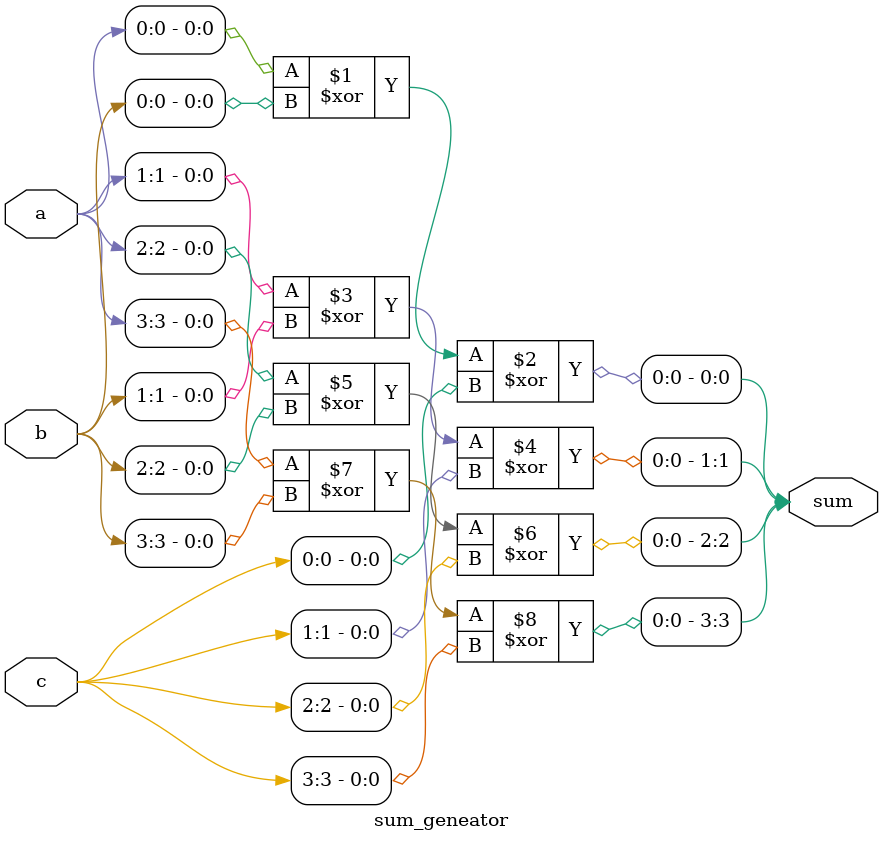
<source format=v>
module CLA_4bit(a,b,cin,sum,cout);

    input [3:0] a,b;
    input cin;
    output [3:0] sum;
    output cout;
    
    wire [3:0] g,p,c;

    //generate g & p
    gp_generator gp_geneator1(a[3:0],b[3:0],g[3:0],p[3:0]); 
    
    //generate all carrys 
    carry_generator carry_geneator_c0(g[3:0],p[3:0],cin,c[3:0],cout);

    //generate sum
    sum_geneator geneate_sum(a[3:0],b[3:0],c[3:0],sum[3:0]);    

endmodule

module gp_generator(a,b,g,p);

    input [3:0] a,b;
    output [3:0] g,p;
    
    // g = a x b && p = a + b
    assign g[0] = a[0] & b[0];
    assign p[0] = a[0] | b[0];

    assign g[1] = a[1] & b[1];
    assign p[1] = a[1] | b[1];

    assign g[2] = a[2] & b[2];
    assign p[2] = a[2] | b[2];

    assign g[3] = a[3] & b[3];
    assign p[3] = a[3] | b[3];

endmodule

module carry_generator(g,p,cin,c,cout);

    input [3:0] g,p;
    input cin;
    output [3:0] c;
    output cout;

    //create carrys
    assign c[0] = cin;
    assign c[1] = g[0] | (p[0] & cin);
    assign c[2] = g[1] | (p[1] & g[0]) | (p[1] & p[0] & cin);
    assign c[3] = g[2] | (p[2] & g[1]) | (p[2] & p[1] & g[0]) | (p[2] & p[1] & p[0] & cin);
    assign cout = g[3] | (p[3] & g[2]) | (p[3] & p[2] & g[1]) | (p[3] & p[2] & p[1] & g[0]) | (p[3] & p[2] & p[1] & p[0] & cin);

endmodule

module sum_geneator(a,b,c,sum);

    input [3:0] a,b,c;
    output [3:0] sum;

    //sum = a ^ b ^ c;
    assign sum[0] = a[0] ^ b[0] ^ c[0];
    assign sum[1] = a[1] ^ b[1] ^ c[1];
    assign sum[2] = a[2] ^ b[2] ^ c[2];
    assign sum[3] = a[3] ^ b[3] ^ c[3];

endmodule

</source>
